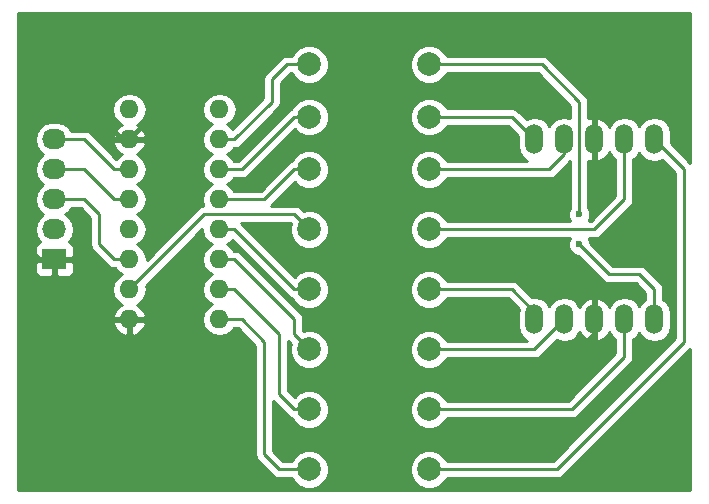
<source format=gtl>
G04 #@! TF.FileFunction,Copper,L1,Top,Signal*
%FSLAX46Y46*%
G04 Gerber Fmt 4.6, Leading zero omitted, Abs format (unit mm)*
G04 Created by KiCad (PCBNEW 4.0.1-stable) date 2016 September 03, Saturday 14:10:29*
%MOMM*%
G01*
G04 APERTURE LIST*
%ADD10C,0.100000*%
%ADD11R,2.032000X1.727200*%
%ADD12O,2.032000X1.727200*%
%ADD13C,1.998980*%
%ADD14O,1.524000X2.524000*%
%ADD15O,1.600000X1.600000*%
%ADD16C,0.700000*%
%ADD17C,0.600000*%
%ADD18C,0.400000*%
%ADD19C,0.250000*%
%ADD20C,0.254000*%
G04 APERTURE END LIST*
D10*
D11*
X113030000Y-106680000D03*
D12*
X113030000Y-104140000D03*
X113030000Y-101600000D03*
X113030000Y-99060000D03*
X113030000Y-96520000D03*
D13*
X134620000Y-90170000D03*
X144780000Y-90170000D03*
X134620000Y-94615000D03*
X144780000Y-94615000D03*
X134620000Y-99060000D03*
X144780000Y-99060000D03*
X134620000Y-109220000D03*
X144780000Y-109220000D03*
X134620000Y-114300000D03*
X144780000Y-114300000D03*
X134620000Y-119380000D03*
X144780000Y-119380000D03*
X134620000Y-124460000D03*
X144780000Y-124460000D03*
X134620000Y-104140000D03*
X144780000Y-104140000D03*
D14*
X153670000Y-111760000D03*
X156210000Y-111760000D03*
X158750000Y-111760000D03*
X161290000Y-111760000D03*
X163830000Y-111760000D03*
X163830000Y-96520000D03*
X161290000Y-96520000D03*
X158750000Y-96520000D03*
X156210000Y-96520000D03*
X153670000Y-96520000D03*
D15*
X127000000Y-111760000D03*
X127000000Y-109220000D03*
X127000000Y-106680000D03*
X127000000Y-104140000D03*
X127000000Y-101600000D03*
X127000000Y-99060000D03*
X127000000Y-96520000D03*
X127000000Y-93980000D03*
X119380000Y-93980000D03*
X119380000Y-96520000D03*
X119380000Y-99060000D03*
X119380000Y-101600000D03*
X119380000Y-104140000D03*
X119380000Y-106680000D03*
X119380000Y-109220000D03*
X119380000Y-111760000D03*
D16*
X129540000Y-116840000D03*
X133350000Y-116840000D03*
D17*
X157480000Y-105410000D03*
X157480000Y-102870000D03*
D18*
X158750000Y-111760000D02*
X158750000Y-113030000D01*
X113030000Y-114935000D02*
X113030000Y-109220000D01*
X114935000Y-116840000D02*
X113030000Y-114935000D01*
X129540000Y-116840000D02*
X114935000Y-116840000D01*
X154940000Y-116840000D02*
X133350000Y-116840000D01*
X158750000Y-113030000D02*
X154940000Y-116840000D01*
X119380000Y-96520000D02*
X118745000Y-96520000D01*
X118745000Y-96520000D02*
X116205000Y-93980000D01*
X111760000Y-106680000D02*
X113030000Y-106680000D01*
X110490000Y-105410000D02*
X111760000Y-106680000D01*
X110490000Y-95250000D02*
X110490000Y-105410000D01*
X111760000Y-93980000D02*
X110490000Y-95250000D01*
X116205000Y-93980000D02*
X111760000Y-93980000D01*
X119380000Y-96520000D02*
X124460000Y-91440000D01*
X158750000Y-92075000D02*
X158750000Y-96520000D01*
X153035000Y-86360000D02*
X158750000Y-92075000D01*
X131445000Y-86360000D02*
X153035000Y-86360000D01*
X126365000Y-91440000D02*
X131445000Y-86360000D01*
X124460000Y-91440000D02*
X126365000Y-91440000D01*
X113030000Y-109220000D02*
X113030000Y-106680000D01*
X119380000Y-111760000D02*
X115570000Y-111760000D01*
X115570000Y-111760000D02*
X113030000Y-109220000D01*
D19*
X118110000Y-106680000D02*
X119380000Y-106680000D01*
X116840000Y-105410000D02*
X118110000Y-106680000D01*
X116840000Y-102870000D02*
X116840000Y-105410000D01*
X115570000Y-101600000D02*
X116840000Y-102870000D01*
X113030000Y-101600000D02*
X115570000Y-101600000D01*
X118110000Y-101600000D02*
X119380000Y-101600000D01*
X115570000Y-99060000D02*
X118110000Y-101600000D01*
X113030000Y-99060000D02*
X115570000Y-99060000D01*
X113030000Y-96520000D02*
X115570000Y-96520000D01*
X118110000Y-99060000D02*
X119380000Y-99060000D01*
X115570000Y-96520000D02*
X118110000Y-99060000D01*
X127000000Y-96520000D02*
X128270000Y-96520000D01*
X132715000Y-90170000D02*
X134620000Y-90170000D01*
X131445000Y-91440000D02*
X132715000Y-90170000D01*
X131445000Y-93345000D02*
X131445000Y-91440000D01*
X128270000Y-96520000D02*
X131445000Y-93345000D01*
X144780000Y-90170000D02*
X154305000Y-90170000D01*
X163830000Y-109220000D02*
X163830000Y-111760000D01*
X162560000Y-107950000D02*
X163830000Y-109220000D01*
X160020000Y-107950000D02*
X162560000Y-107950000D01*
X157480000Y-105410000D02*
X160020000Y-107950000D01*
X157480000Y-93345000D02*
X157480000Y-102870000D01*
X154305000Y-90170000D02*
X157480000Y-93345000D01*
X127000000Y-99060000D02*
X128905000Y-99060000D01*
X133350000Y-94615000D02*
X134620000Y-94615000D01*
X128905000Y-99060000D02*
X133350000Y-94615000D01*
X144780000Y-94615000D02*
X151765000Y-94615000D01*
X151765000Y-94615000D02*
X153670000Y-96520000D01*
X127000000Y-101600000D02*
X130810000Y-101600000D01*
X133350000Y-99060000D02*
X134620000Y-99060000D01*
X130810000Y-101600000D02*
X133350000Y-99060000D01*
X144780000Y-99060000D02*
X154940000Y-99060000D01*
X156210000Y-97790000D02*
X156210000Y-96520000D01*
X154940000Y-99060000D02*
X156210000Y-97790000D01*
X127000000Y-104140000D02*
X128270000Y-104140000D01*
X133350000Y-109220000D02*
X134620000Y-109220000D01*
X128270000Y-104140000D02*
X133350000Y-109220000D01*
X144780000Y-109220000D02*
X151765000Y-109220000D01*
X151765000Y-109220000D02*
X153670000Y-111125000D01*
X153670000Y-111125000D02*
X153670000Y-111760000D01*
X127000000Y-106680000D02*
X128270000Y-106680000D01*
X133350000Y-113030000D02*
X134620000Y-114300000D01*
X133350000Y-111760000D02*
X133350000Y-113030000D01*
X128270000Y-106680000D02*
X133350000Y-111760000D01*
X144780000Y-114300000D02*
X153670000Y-114300000D01*
X153670000Y-114300000D02*
X156210000Y-111760000D01*
X127000000Y-109220000D02*
X128270000Y-109220000D01*
X133350000Y-119380000D02*
X134620000Y-119380000D01*
X132080000Y-118110000D02*
X133350000Y-119380000D01*
X132080000Y-113030000D02*
X132080000Y-118110000D01*
X128270000Y-109220000D02*
X132080000Y-113030000D01*
X144780000Y-119380000D02*
X156845000Y-119380000D01*
X161290000Y-114935000D02*
X161290000Y-111760000D01*
X156845000Y-119380000D02*
X161290000Y-114935000D01*
X127000000Y-111760000D02*
X128905000Y-111760000D01*
X132080000Y-124460000D02*
X134620000Y-124460000D01*
X130810000Y-123190000D02*
X132080000Y-124460000D01*
X130810000Y-113665000D02*
X130810000Y-123190000D01*
X128905000Y-111760000D02*
X130810000Y-113665000D01*
X144780000Y-124460000D02*
X155575000Y-124460000D01*
X166370000Y-99060000D02*
X163830000Y-96520000D01*
X166370000Y-113665000D02*
X166370000Y-99060000D01*
X155575000Y-124460000D02*
X166370000Y-113665000D01*
X133350000Y-102870000D02*
X134620000Y-104140000D01*
X125730000Y-102870000D02*
X133350000Y-102870000D01*
X119380000Y-109220000D02*
X125730000Y-102870000D01*
X144780000Y-104140000D02*
X158750000Y-104140000D01*
X161290000Y-101600000D02*
X161290000Y-96520000D01*
X158750000Y-104140000D02*
X161290000Y-101600000D01*
D20*
G36*
X166878000Y-98493198D02*
X165227000Y-96842198D01*
X165227000Y-95982836D01*
X165120660Y-95448227D01*
X164817828Y-94995008D01*
X164364609Y-94692176D01*
X163830000Y-94585836D01*
X163295391Y-94692176D01*
X162842172Y-94995008D01*
X162560000Y-95417307D01*
X162277828Y-94995008D01*
X161824609Y-94692176D01*
X161290000Y-94585836D01*
X160755391Y-94692176D01*
X160302172Y-94995008D01*
X160010702Y-95431222D01*
X159992059Y-95368059D01*
X159648026Y-94942370D01*
X159167277Y-94680740D01*
X159093070Y-94665780D01*
X158877000Y-94788280D01*
X158877000Y-96393000D01*
X158897000Y-96393000D01*
X158897000Y-96647000D01*
X158877000Y-96647000D01*
X158877000Y-98251720D01*
X159093070Y-98374220D01*
X159167277Y-98359260D01*
X159648026Y-98097630D01*
X159992059Y-97671941D01*
X160010702Y-97608778D01*
X160302172Y-98044992D01*
X160530000Y-98197222D01*
X160530000Y-101285198D01*
X158435198Y-103380000D01*
X158280633Y-103380000D01*
X158414838Y-103056799D01*
X158415162Y-102684833D01*
X158273117Y-102341057D01*
X158240000Y-102307882D01*
X158240000Y-98308799D01*
X158332723Y-98359260D01*
X158406930Y-98374220D01*
X158623000Y-98251720D01*
X158623000Y-96647000D01*
X158603000Y-96647000D01*
X158603000Y-96393000D01*
X158623000Y-96393000D01*
X158623000Y-94788280D01*
X158406930Y-94665780D01*
X158332723Y-94680740D01*
X158240000Y-94731201D01*
X158240000Y-93345000D01*
X158182148Y-93054161D01*
X158017401Y-92807599D01*
X154842401Y-89632599D01*
X154595839Y-89467852D01*
X154305000Y-89410000D01*
X146234496Y-89410000D01*
X146166462Y-89245345D01*
X145707073Y-88785154D01*
X145106547Y-88535794D01*
X144456306Y-88535226D01*
X143855345Y-88783538D01*
X143395154Y-89242927D01*
X143145794Y-89843453D01*
X143145226Y-90493694D01*
X143393538Y-91094655D01*
X143852927Y-91554846D01*
X144453453Y-91804206D01*
X145103694Y-91804774D01*
X145704655Y-91556462D01*
X146164846Y-91097073D01*
X146234221Y-90930000D01*
X153990198Y-90930000D01*
X156720000Y-93659802D01*
X156720000Y-94687281D01*
X156210000Y-94585836D01*
X155675391Y-94692176D01*
X155222172Y-94995008D01*
X154940000Y-95417307D01*
X154657828Y-94995008D01*
X154204609Y-94692176D01*
X153670000Y-94585836D01*
X153135391Y-94692176D01*
X153004462Y-94779660D01*
X152302401Y-94077599D01*
X152055839Y-93912852D01*
X151765000Y-93855000D01*
X146234496Y-93855000D01*
X146166462Y-93690345D01*
X145707073Y-93230154D01*
X145106547Y-92980794D01*
X144456306Y-92980226D01*
X143855345Y-93228538D01*
X143395154Y-93687927D01*
X143145794Y-94288453D01*
X143145226Y-94938694D01*
X143393538Y-95539655D01*
X143852927Y-95999846D01*
X144453453Y-96249206D01*
X145103694Y-96249774D01*
X145704655Y-96001462D01*
X146164846Y-95542073D01*
X146234221Y-95375000D01*
X151450198Y-95375000D01*
X152273000Y-96197802D01*
X152273000Y-97057164D01*
X152379340Y-97591773D01*
X152682172Y-98044992D01*
X153063818Y-98300000D01*
X146234496Y-98300000D01*
X146166462Y-98135345D01*
X145707073Y-97675154D01*
X145106547Y-97425794D01*
X144456306Y-97425226D01*
X143855345Y-97673538D01*
X143395154Y-98132927D01*
X143145794Y-98733453D01*
X143145226Y-99383694D01*
X143393538Y-99984655D01*
X143852927Y-100444846D01*
X144453453Y-100694206D01*
X145103694Y-100694774D01*
X145704655Y-100446462D01*
X146164846Y-99987073D01*
X146234221Y-99820000D01*
X154940000Y-99820000D01*
X155230839Y-99762148D01*
X155477401Y-99597401D01*
X156720000Y-98354802D01*
X156720000Y-102307537D01*
X156687808Y-102339673D01*
X156545162Y-102683201D01*
X156544838Y-103055167D01*
X156679056Y-103380000D01*
X146234496Y-103380000D01*
X146166462Y-103215345D01*
X145707073Y-102755154D01*
X145106547Y-102505794D01*
X144456306Y-102505226D01*
X143855345Y-102753538D01*
X143395154Y-103212927D01*
X143145794Y-103813453D01*
X143145226Y-104463694D01*
X143393538Y-105064655D01*
X143852927Y-105524846D01*
X144453453Y-105774206D01*
X145103694Y-105774774D01*
X145704655Y-105526462D01*
X146164846Y-105067073D01*
X146234221Y-104900000D01*
X156679367Y-104900000D01*
X156545162Y-105223201D01*
X156544838Y-105595167D01*
X156686883Y-105938943D01*
X156949673Y-106202192D01*
X157293201Y-106344838D01*
X157340077Y-106344879D01*
X159482599Y-108487401D01*
X159729160Y-108652148D01*
X159777414Y-108661746D01*
X160020000Y-108710000D01*
X162245198Y-108710000D01*
X163070000Y-109534802D01*
X163070000Y-110082778D01*
X162842172Y-110235008D01*
X162560000Y-110657307D01*
X162277828Y-110235008D01*
X161824609Y-109932176D01*
X161290000Y-109825836D01*
X160755391Y-109932176D01*
X160302172Y-110235008D01*
X160010702Y-110671222D01*
X159992059Y-110608059D01*
X159648026Y-110182370D01*
X159167277Y-109920740D01*
X159093070Y-109905780D01*
X158877000Y-110028280D01*
X158877000Y-111633000D01*
X158897000Y-111633000D01*
X158897000Y-111887000D01*
X158877000Y-111887000D01*
X158877000Y-113491720D01*
X159093070Y-113614220D01*
X159167277Y-113599260D01*
X159648026Y-113337630D01*
X159992059Y-112911941D01*
X160010702Y-112848778D01*
X160302172Y-113284992D01*
X160530000Y-113437222D01*
X160530000Y-114620198D01*
X156530198Y-118620000D01*
X146234496Y-118620000D01*
X146166462Y-118455345D01*
X145707073Y-117995154D01*
X145106547Y-117745794D01*
X144456306Y-117745226D01*
X143855345Y-117993538D01*
X143395154Y-118452927D01*
X143145794Y-119053453D01*
X143145226Y-119703694D01*
X143393538Y-120304655D01*
X143852927Y-120764846D01*
X144453453Y-121014206D01*
X145103694Y-121014774D01*
X145704655Y-120766462D01*
X146164846Y-120307073D01*
X146234221Y-120140000D01*
X156845000Y-120140000D01*
X157135839Y-120082148D01*
X157382401Y-119917401D01*
X161827401Y-115472401D01*
X161992148Y-115225840D01*
X162050000Y-114935000D01*
X162050000Y-113437222D01*
X162277828Y-113284992D01*
X162560000Y-112862693D01*
X162842172Y-113284992D01*
X163295391Y-113587824D01*
X163830000Y-113694164D01*
X164364609Y-113587824D01*
X164817828Y-113284992D01*
X165120660Y-112831773D01*
X165227000Y-112297164D01*
X165227000Y-111222836D01*
X165120660Y-110688227D01*
X164817828Y-110235008D01*
X164590000Y-110082778D01*
X164590000Y-109220000D01*
X164532148Y-108929161D01*
X164532148Y-108929160D01*
X164367401Y-108682599D01*
X163097401Y-107412599D01*
X162850839Y-107247852D01*
X162560000Y-107190000D01*
X160334802Y-107190000D01*
X158415122Y-105270320D01*
X158415162Y-105224833D01*
X158280944Y-104900000D01*
X158750000Y-104900000D01*
X159040839Y-104842148D01*
X159287401Y-104677401D01*
X161827401Y-102137401D01*
X161992148Y-101890840D01*
X162001746Y-101842586D01*
X162050000Y-101600000D01*
X162050000Y-98197222D01*
X162277828Y-98044992D01*
X162560000Y-97622693D01*
X162842172Y-98044992D01*
X163295391Y-98347824D01*
X163830000Y-98454164D01*
X164364609Y-98347824D01*
X164495538Y-98260340D01*
X165610000Y-99374802D01*
X165610000Y-113350198D01*
X155260198Y-123700000D01*
X146234496Y-123700000D01*
X146166462Y-123535345D01*
X145707073Y-123075154D01*
X145106547Y-122825794D01*
X144456306Y-122825226D01*
X143855345Y-123073538D01*
X143395154Y-123532927D01*
X143145794Y-124133453D01*
X143145226Y-124783694D01*
X143393538Y-125384655D01*
X143852927Y-125844846D01*
X144453453Y-126094206D01*
X145103694Y-126094774D01*
X145704655Y-125846462D01*
X146164846Y-125387073D01*
X146234221Y-125220000D01*
X155575000Y-125220000D01*
X155865839Y-125162148D01*
X156112401Y-124997401D01*
X166878000Y-114231802D01*
X166878000Y-126238000D01*
X109982000Y-126238000D01*
X109982000Y-112109039D01*
X117988096Y-112109039D01*
X118148959Y-112497423D01*
X118524866Y-112912389D01*
X119030959Y-113151914D01*
X119253000Y-113030629D01*
X119253000Y-111887000D01*
X119507000Y-111887000D01*
X119507000Y-113030629D01*
X119729041Y-113151914D01*
X120235134Y-112912389D01*
X120611041Y-112497423D01*
X120771904Y-112109039D01*
X120649915Y-111887000D01*
X119507000Y-111887000D01*
X119253000Y-111887000D01*
X118110085Y-111887000D01*
X117988096Y-112109039D01*
X109982000Y-112109039D01*
X109982000Y-106965750D01*
X111379000Y-106965750D01*
X111379000Y-107669910D01*
X111475673Y-107903299D01*
X111654302Y-108081927D01*
X111887691Y-108178600D01*
X112744250Y-108178600D01*
X112903000Y-108019850D01*
X112903000Y-106807000D01*
X113157000Y-106807000D01*
X113157000Y-108019850D01*
X113315750Y-108178600D01*
X114172309Y-108178600D01*
X114405698Y-108081927D01*
X114584327Y-107903299D01*
X114681000Y-107669910D01*
X114681000Y-106965750D01*
X114522250Y-106807000D01*
X113157000Y-106807000D01*
X112903000Y-106807000D01*
X111537750Y-106807000D01*
X111379000Y-106965750D01*
X109982000Y-106965750D01*
X109982000Y-96520000D01*
X111346655Y-96520000D01*
X111460729Y-97093489D01*
X111785585Y-97579670D01*
X112100366Y-97790000D01*
X111785585Y-98000330D01*
X111460729Y-98486511D01*
X111346655Y-99060000D01*
X111460729Y-99633489D01*
X111785585Y-100119670D01*
X112100366Y-100330000D01*
X111785585Y-100540330D01*
X111460729Y-101026511D01*
X111346655Y-101600000D01*
X111460729Y-102173489D01*
X111785585Y-102659670D01*
X112100366Y-102870000D01*
X111785585Y-103080330D01*
X111460729Y-103566511D01*
X111346655Y-104140000D01*
X111460729Y-104713489D01*
X111785585Y-105199670D01*
X111807780Y-105214500D01*
X111654302Y-105278073D01*
X111475673Y-105456701D01*
X111379000Y-105690090D01*
X111379000Y-106394250D01*
X111537750Y-106553000D01*
X112903000Y-106553000D01*
X112903000Y-106533000D01*
X113157000Y-106533000D01*
X113157000Y-106553000D01*
X114522250Y-106553000D01*
X114681000Y-106394250D01*
X114681000Y-105690090D01*
X114584327Y-105456701D01*
X114405698Y-105278073D01*
X114252220Y-105214500D01*
X114274415Y-105199670D01*
X114599271Y-104713489D01*
X114713345Y-104140000D01*
X114599271Y-103566511D01*
X114274415Y-103080330D01*
X113959634Y-102870000D01*
X114274415Y-102659670D01*
X114474648Y-102360000D01*
X115255198Y-102360000D01*
X116080000Y-103184802D01*
X116080000Y-105410000D01*
X116137852Y-105700839D01*
X116302599Y-105947401D01*
X117572599Y-107217401D01*
X117819160Y-107382148D01*
X118110000Y-107440000D01*
X118167005Y-107440000D01*
X118337189Y-107694698D01*
X118719275Y-107950000D01*
X118337189Y-108205302D01*
X118026120Y-108670849D01*
X117916887Y-109220000D01*
X118026120Y-109769151D01*
X118337189Y-110234698D01*
X118741703Y-110504986D01*
X118524866Y-110607611D01*
X118148959Y-111022577D01*
X117988096Y-111410961D01*
X118110085Y-111633000D01*
X119253000Y-111633000D01*
X119253000Y-111613000D01*
X119507000Y-111613000D01*
X119507000Y-111633000D01*
X120649915Y-111633000D01*
X120771904Y-111410961D01*
X120611041Y-111022577D01*
X120235134Y-110607611D01*
X120018297Y-110504986D01*
X120422811Y-110234698D01*
X120733880Y-109769151D01*
X120843113Y-109220000D01*
X120778688Y-108896114D01*
X125537405Y-104137397D01*
X125536887Y-104140000D01*
X125646120Y-104689151D01*
X125957189Y-105154698D01*
X126339275Y-105410000D01*
X125957189Y-105665302D01*
X125646120Y-106130849D01*
X125536887Y-106680000D01*
X125646120Y-107229151D01*
X125957189Y-107694698D01*
X126339275Y-107950000D01*
X125957189Y-108205302D01*
X125646120Y-108670849D01*
X125536887Y-109220000D01*
X125646120Y-109769151D01*
X125957189Y-110234698D01*
X126339275Y-110490000D01*
X125957189Y-110745302D01*
X125646120Y-111210849D01*
X125536887Y-111760000D01*
X125646120Y-112309151D01*
X125957189Y-112774698D01*
X126422736Y-113085767D01*
X126971887Y-113195000D01*
X127028113Y-113195000D01*
X127577264Y-113085767D01*
X128042811Y-112774698D01*
X128212995Y-112520000D01*
X128590198Y-112520000D01*
X130050000Y-113979802D01*
X130050000Y-123190000D01*
X130107852Y-123480839D01*
X130272599Y-123727401D01*
X131542599Y-124997401D01*
X131789160Y-125162148D01*
X132080000Y-125220000D01*
X133165504Y-125220000D01*
X133233538Y-125384655D01*
X133692927Y-125844846D01*
X134293453Y-126094206D01*
X134943694Y-126094774D01*
X135544655Y-125846462D01*
X136004846Y-125387073D01*
X136254206Y-124786547D01*
X136254774Y-124136306D01*
X136006462Y-123535345D01*
X135547073Y-123075154D01*
X134946547Y-122825794D01*
X134296306Y-122825226D01*
X133695345Y-123073538D01*
X133235154Y-123532927D01*
X133165779Y-123700000D01*
X132394802Y-123700000D01*
X131570000Y-122875198D01*
X131570000Y-118674802D01*
X132812599Y-119917401D01*
X133059160Y-120082148D01*
X133148982Y-120100015D01*
X133233538Y-120304655D01*
X133692927Y-120764846D01*
X134293453Y-121014206D01*
X134943694Y-121014774D01*
X135544655Y-120766462D01*
X136004846Y-120307073D01*
X136254206Y-119706547D01*
X136254774Y-119056306D01*
X136006462Y-118455345D01*
X135547073Y-117995154D01*
X134946547Y-117745794D01*
X134296306Y-117745226D01*
X133695345Y-117993538D01*
X133366556Y-118321754D01*
X132840000Y-117795198D01*
X132840000Y-113594802D01*
X133054115Y-113808917D01*
X132985794Y-113973453D01*
X132985226Y-114623694D01*
X133233538Y-115224655D01*
X133692927Y-115684846D01*
X134293453Y-115934206D01*
X134943694Y-115934774D01*
X135544655Y-115686462D01*
X136004846Y-115227073D01*
X136254206Y-114626547D01*
X136254774Y-113976306D01*
X136006462Y-113375345D01*
X135547073Y-112915154D01*
X134946547Y-112665794D01*
X134296306Y-112665226D01*
X134129111Y-112734309D01*
X134110000Y-112715198D01*
X134110000Y-111760000D01*
X134052148Y-111469161D01*
X133887401Y-111222599D01*
X128807401Y-106142599D01*
X128560839Y-105977852D01*
X128270000Y-105920000D01*
X128212995Y-105920000D01*
X128042811Y-105665302D01*
X127660725Y-105410000D01*
X128042811Y-105154698D01*
X128109736Y-105054538D01*
X132812599Y-109757401D01*
X133059161Y-109922148D01*
X133148982Y-109940015D01*
X133233538Y-110144655D01*
X133692927Y-110604846D01*
X134293453Y-110854206D01*
X134943694Y-110854774D01*
X135544655Y-110606462D01*
X136004846Y-110147073D01*
X136254206Y-109546547D01*
X136254208Y-109543694D01*
X143145226Y-109543694D01*
X143393538Y-110144655D01*
X143852927Y-110604846D01*
X144453453Y-110854206D01*
X145103694Y-110854774D01*
X145704655Y-110606462D01*
X146164846Y-110147073D01*
X146234221Y-109980000D01*
X151450198Y-109980000D01*
X152342688Y-110872490D01*
X152273000Y-111222836D01*
X152273000Y-112297164D01*
X152379340Y-112831773D01*
X152682172Y-113284992D01*
X153063818Y-113540000D01*
X146234496Y-113540000D01*
X146166462Y-113375345D01*
X145707073Y-112915154D01*
X145106547Y-112665794D01*
X144456306Y-112665226D01*
X143855345Y-112913538D01*
X143395154Y-113372927D01*
X143145794Y-113973453D01*
X143145226Y-114623694D01*
X143393538Y-115224655D01*
X143852927Y-115684846D01*
X144453453Y-115934206D01*
X145103694Y-115934774D01*
X145704655Y-115686462D01*
X146164846Y-115227073D01*
X146234221Y-115060000D01*
X153670000Y-115060000D01*
X153960839Y-115002148D01*
X154207401Y-114837401D01*
X155544462Y-113500340D01*
X155675391Y-113587824D01*
X156210000Y-113694164D01*
X156744609Y-113587824D01*
X157197828Y-113284992D01*
X157489298Y-112848778D01*
X157507941Y-112911941D01*
X157851974Y-113337630D01*
X158332723Y-113599260D01*
X158406930Y-113614220D01*
X158623000Y-113491720D01*
X158623000Y-111887000D01*
X158603000Y-111887000D01*
X158603000Y-111633000D01*
X158623000Y-111633000D01*
X158623000Y-110028280D01*
X158406930Y-109905780D01*
X158332723Y-109920740D01*
X157851974Y-110182370D01*
X157507941Y-110608059D01*
X157489298Y-110671222D01*
X157197828Y-110235008D01*
X156744609Y-109932176D01*
X156210000Y-109825836D01*
X155675391Y-109932176D01*
X155222172Y-110235008D01*
X154940000Y-110657307D01*
X154657828Y-110235008D01*
X154204609Y-109932176D01*
X153670000Y-109825836D01*
X153482862Y-109863060D01*
X152302401Y-108682599D01*
X152055839Y-108517852D01*
X151765000Y-108460000D01*
X146234496Y-108460000D01*
X146166462Y-108295345D01*
X145707073Y-107835154D01*
X145106547Y-107585794D01*
X144456306Y-107585226D01*
X143855345Y-107833538D01*
X143395154Y-108292927D01*
X143145794Y-108893453D01*
X143145226Y-109543694D01*
X136254208Y-109543694D01*
X136254774Y-108896306D01*
X136006462Y-108295345D01*
X135547073Y-107835154D01*
X134946547Y-107585794D01*
X134296306Y-107585226D01*
X133695345Y-107833538D01*
X133366556Y-108161754D01*
X128834802Y-103630000D01*
X133035198Y-103630000D01*
X133054115Y-103648917D01*
X132985794Y-103813453D01*
X132985226Y-104463694D01*
X133233538Y-105064655D01*
X133692927Y-105524846D01*
X134293453Y-105774206D01*
X134943694Y-105774774D01*
X135544655Y-105526462D01*
X136004846Y-105067073D01*
X136254206Y-104466547D01*
X136254774Y-103816306D01*
X136006462Y-103215345D01*
X135547073Y-102755154D01*
X134946547Y-102505794D01*
X134296306Y-102505226D01*
X134129111Y-102574309D01*
X133887401Y-102332599D01*
X133640839Y-102167852D01*
X133350000Y-102110000D01*
X131374802Y-102110000D01*
X133366726Y-100118076D01*
X133692927Y-100444846D01*
X134293453Y-100694206D01*
X134943694Y-100694774D01*
X135544655Y-100446462D01*
X136004846Y-99987073D01*
X136254206Y-99386547D01*
X136254774Y-98736306D01*
X136006462Y-98135345D01*
X135547073Y-97675154D01*
X134946547Y-97425794D01*
X134296306Y-97425226D01*
X133695345Y-97673538D01*
X133235154Y-98132927D01*
X133149193Y-98339943D01*
X133109575Y-98347824D01*
X133059160Y-98357852D01*
X132812599Y-98522599D01*
X130495198Y-100840000D01*
X128212995Y-100840000D01*
X128042811Y-100585302D01*
X127660725Y-100330000D01*
X128042811Y-100074698D01*
X128212995Y-99820000D01*
X128905000Y-99820000D01*
X129195839Y-99762148D01*
X129442401Y-99597401D01*
X133366726Y-95673076D01*
X133692927Y-95999846D01*
X134293453Y-96249206D01*
X134943694Y-96249774D01*
X135544655Y-96001462D01*
X136004846Y-95542073D01*
X136254206Y-94941547D01*
X136254774Y-94291306D01*
X136006462Y-93690345D01*
X135547073Y-93230154D01*
X134946547Y-92980794D01*
X134296306Y-92980226D01*
X133695345Y-93228538D01*
X133235154Y-93687927D01*
X133149193Y-93894943D01*
X133059160Y-93912852D01*
X132812599Y-94077599D01*
X128590198Y-98300000D01*
X128212995Y-98300000D01*
X128042811Y-98045302D01*
X127660725Y-97790000D01*
X128042811Y-97534698D01*
X128212995Y-97280000D01*
X128270000Y-97280000D01*
X128560839Y-97222148D01*
X128807401Y-97057401D01*
X131982401Y-93882401D01*
X132147148Y-93635839D01*
X132205000Y-93345000D01*
X132205000Y-91754802D01*
X133029802Y-90930000D01*
X133165504Y-90930000D01*
X133233538Y-91094655D01*
X133692927Y-91554846D01*
X134293453Y-91804206D01*
X134943694Y-91804774D01*
X135544655Y-91556462D01*
X136004846Y-91097073D01*
X136254206Y-90496547D01*
X136254774Y-89846306D01*
X136006462Y-89245345D01*
X135547073Y-88785154D01*
X134946547Y-88535794D01*
X134296306Y-88535226D01*
X133695345Y-88783538D01*
X133235154Y-89242927D01*
X133165779Y-89410000D01*
X132715000Y-89410000D01*
X132424160Y-89467852D01*
X132177599Y-89632599D01*
X130907599Y-90902599D01*
X130742852Y-91149161D01*
X130685000Y-91440000D01*
X130685000Y-93030198D01*
X128109736Y-95605462D01*
X128042811Y-95505302D01*
X127660725Y-95250000D01*
X128042811Y-94994698D01*
X128353880Y-94529151D01*
X128463113Y-93980000D01*
X128353880Y-93430849D01*
X128042811Y-92965302D01*
X127577264Y-92654233D01*
X127028113Y-92545000D01*
X126971887Y-92545000D01*
X126422736Y-92654233D01*
X125957189Y-92965302D01*
X125646120Y-93430849D01*
X125536887Y-93980000D01*
X125646120Y-94529151D01*
X125957189Y-94994698D01*
X126339275Y-95250000D01*
X125957189Y-95505302D01*
X125646120Y-95970849D01*
X125536887Y-96520000D01*
X125646120Y-97069151D01*
X125957189Y-97534698D01*
X126339275Y-97790000D01*
X125957189Y-98045302D01*
X125646120Y-98510849D01*
X125536887Y-99060000D01*
X125646120Y-99609151D01*
X125957189Y-100074698D01*
X126339275Y-100330000D01*
X125957189Y-100585302D01*
X125646120Y-101050849D01*
X125536887Y-101600000D01*
X125641821Y-102127540D01*
X125439161Y-102167852D01*
X125192599Y-102332599D01*
X120842595Y-106682603D01*
X120843113Y-106680000D01*
X120733880Y-106130849D01*
X120422811Y-105665302D01*
X120040725Y-105410000D01*
X120422811Y-105154698D01*
X120733880Y-104689151D01*
X120843113Y-104140000D01*
X120733880Y-103590849D01*
X120422811Y-103125302D01*
X120040725Y-102870000D01*
X120422811Y-102614698D01*
X120733880Y-102149151D01*
X120843113Y-101600000D01*
X120733880Y-101050849D01*
X120422811Y-100585302D01*
X120040725Y-100330000D01*
X120422811Y-100074698D01*
X120733880Y-99609151D01*
X120843113Y-99060000D01*
X120733880Y-98510849D01*
X120422811Y-98045302D01*
X120018297Y-97775014D01*
X120235134Y-97672389D01*
X120611041Y-97257423D01*
X120771904Y-96869039D01*
X120649915Y-96647000D01*
X119507000Y-96647000D01*
X119507000Y-96667000D01*
X119253000Y-96667000D01*
X119253000Y-96647000D01*
X118110085Y-96647000D01*
X117988096Y-96869039D01*
X118148959Y-97257423D01*
X118524866Y-97672389D01*
X118741703Y-97775014D01*
X118337189Y-98045302D01*
X118270264Y-98145462D01*
X116107401Y-95982599D01*
X115860839Y-95817852D01*
X115570000Y-95760000D01*
X114474648Y-95760000D01*
X114274415Y-95460330D01*
X113788234Y-95135474D01*
X113214745Y-95021400D01*
X112845255Y-95021400D01*
X112271766Y-95135474D01*
X111785585Y-95460330D01*
X111460729Y-95946511D01*
X111346655Y-96520000D01*
X109982000Y-96520000D01*
X109982000Y-93980000D01*
X117916887Y-93980000D01*
X118026120Y-94529151D01*
X118337189Y-94994698D01*
X118741703Y-95264986D01*
X118524866Y-95367611D01*
X118148959Y-95782577D01*
X117988096Y-96170961D01*
X118110085Y-96393000D01*
X119253000Y-96393000D01*
X119253000Y-96373000D01*
X119507000Y-96373000D01*
X119507000Y-96393000D01*
X120649915Y-96393000D01*
X120771904Y-96170961D01*
X120611041Y-95782577D01*
X120235134Y-95367611D01*
X120018297Y-95264986D01*
X120422811Y-94994698D01*
X120733880Y-94529151D01*
X120843113Y-93980000D01*
X120733880Y-93430849D01*
X120422811Y-92965302D01*
X119957264Y-92654233D01*
X119408113Y-92545000D01*
X119351887Y-92545000D01*
X118802736Y-92654233D01*
X118337189Y-92965302D01*
X118026120Y-93430849D01*
X117916887Y-93980000D01*
X109982000Y-93980000D01*
X109982000Y-85852000D01*
X166878000Y-85852000D01*
X166878000Y-98493198D01*
X166878000Y-98493198D01*
G37*
X166878000Y-98493198D02*
X165227000Y-96842198D01*
X165227000Y-95982836D01*
X165120660Y-95448227D01*
X164817828Y-94995008D01*
X164364609Y-94692176D01*
X163830000Y-94585836D01*
X163295391Y-94692176D01*
X162842172Y-94995008D01*
X162560000Y-95417307D01*
X162277828Y-94995008D01*
X161824609Y-94692176D01*
X161290000Y-94585836D01*
X160755391Y-94692176D01*
X160302172Y-94995008D01*
X160010702Y-95431222D01*
X159992059Y-95368059D01*
X159648026Y-94942370D01*
X159167277Y-94680740D01*
X159093070Y-94665780D01*
X158877000Y-94788280D01*
X158877000Y-96393000D01*
X158897000Y-96393000D01*
X158897000Y-96647000D01*
X158877000Y-96647000D01*
X158877000Y-98251720D01*
X159093070Y-98374220D01*
X159167277Y-98359260D01*
X159648026Y-98097630D01*
X159992059Y-97671941D01*
X160010702Y-97608778D01*
X160302172Y-98044992D01*
X160530000Y-98197222D01*
X160530000Y-101285198D01*
X158435198Y-103380000D01*
X158280633Y-103380000D01*
X158414838Y-103056799D01*
X158415162Y-102684833D01*
X158273117Y-102341057D01*
X158240000Y-102307882D01*
X158240000Y-98308799D01*
X158332723Y-98359260D01*
X158406930Y-98374220D01*
X158623000Y-98251720D01*
X158623000Y-96647000D01*
X158603000Y-96647000D01*
X158603000Y-96393000D01*
X158623000Y-96393000D01*
X158623000Y-94788280D01*
X158406930Y-94665780D01*
X158332723Y-94680740D01*
X158240000Y-94731201D01*
X158240000Y-93345000D01*
X158182148Y-93054161D01*
X158017401Y-92807599D01*
X154842401Y-89632599D01*
X154595839Y-89467852D01*
X154305000Y-89410000D01*
X146234496Y-89410000D01*
X146166462Y-89245345D01*
X145707073Y-88785154D01*
X145106547Y-88535794D01*
X144456306Y-88535226D01*
X143855345Y-88783538D01*
X143395154Y-89242927D01*
X143145794Y-89843453D01*
X143145226Y-90493694D01*
X143393538Y-91094655D01*
X143852927Y-91554846D01*
X144453453Y-91804206D01*
X145103694Y-91804774D01*
X145704655Y-91556462D01*
X146164846Y-91097073D01*
X146234221Y-90930000D01*
X153990198Y-90930000D01*
X156720000Y-93659802D01*
X156720000Y-94687281D01*
X156210000Y-94585836D01*
X155675391Y-94692176D01*
X155222172Y-94995008D01*
X154940000Y-95417307D01*
X154657828Y-94995008D01*
X154204609Y-94692176D01*
X153670000Y-94585836D01*
X153135391Y-94692176D01*
X153004462Y-94779660D01*
X152302401Y-94077599D01*
X152055839Y-93912852D01*
X151765000Y-93855000D01*
X146234496Y-93855000D01*
X146166462Y-93690345D01*
X145707073Y-93230154D01*
X145106547Y-92980794D01*
X144456306Y-92980226D01*
X143855345Y-93228538D01*
X143395154Y-93687927D01*
X143145794Y-94288453D01*
X143145226Y-94938694D01*
X143393538Y-95539655D01*
X143852927Y-95999846D01*
X144453453Y-96249206D01*
X145103694Y-96249774D01*
X145704655Y-96001462D01*
X146164846Y-95542073D01*
X146234221Y-95375000D01*
X151450198Y-95375000D01*
X152273000Y-96197802D01*
X152273000Y-97057164D01*
X152379340Y-97591773D01*
X152682172Y-98044992D01*
X153063818Y-98300000D01*
X146234496Y-98300000D01*
X146166462Y-98135345D01*
X145707073Y-97675154D01*
X145106547Y-97425794D01*
X144456306Y-97425226D01*
X143855345Y-97673538D01*
X143395154Y-98132927D01*
X143145794Y-98733453D01*
X143145226Y-99383694D01*
X143393538Y-99984655D01*
X143852927Y-100444846D01*
X144453453Y-100694206D01*
X145103694Y-100694774D01*
X145704655Y-100446462D01*
X146164846Y-99987073D01*
X146234221Y-99820000D01*
X154940000Y-99820000D01*
X155230839Y-99762148D01*
X155477401Y-99597401D01*
X156720000Y-98354802D01*
X156720000Y-102307537D01*
X156687808Y-102339673D01*
X156545162Y-102683201D01*
X156544838Y-103055167D01*
X156679056Y-103380000D01*
X146234496Y-103380000D01*
X146166462Y-103215345D01*
X145707073Y-102755154D01*
X145106547Y-102505794D01*
X144456306Y-102505226D01*
X143855345Y-102753538D01*
X143395154Y-103212927D01*
X143145794Y-103813453D01*
X143145226Y-104463694D01*
X143393538Y-105064655D01*
X143852927Y-105524846D01*
X144453453Y-105774206D01*
X145103694Y-105774774D01*
X145704655Y-105526462D01*
X146164846Y-105067073D01*
X146234221Y-104900000D01*
X156679367Y-104900000D01*
X156545162Y-105223201D01*
X156544838Y-105595167D01*
X156686883Y-105938943D01*
X156949673Y-106202192D01*
X157293201Y-106344838D01*
X157340077Y-106344879D01*
X159482599Y-108487401D01*
X159729160Y-108652148D01*
X159777414Y-108661746D01*
X160020000Y-108710000D01*
X162245198Y-108710000D01*
X163070000Y-109534802D01*
X163070000Y-110082778D01*
X162842172Y-110235008D01*
X162560000Y-110657307D01*
X162277828Y-110235008D01*
X161824609Y-109932176D01*
X161290000Y-109825836D01*
X160755391Y-109932176D01*
X160302172Y-110235008D01*
X160010702Y-110671222D01*
X159992059Y-110608059D01*
X159648026Y-110182370D01*
X159167277Y-109920740D01*
X159093070Y-109905780D01*
X158877000Y-110028280D01*
X158877000Y-111633000D01*
X158897000Y-111633000D01*
X158897000Y-111887000D01*
X158877000Y-111887000D01*
X158877000Y-113491720D01*
X159093070Y-113614220D01*
X159167277Y-113599260D01*
X159648026Y-113337630D01*
X159992059Y-112911941D01*
X160010702Y-112848778D01*
X160302172Y-113284992D01*
X160530000Y-113437222D01*
X160530000Y-114620198D01*
X156530198Y-118620000D01*
X146234496Y-118620000D01*
X146166462Y-118455345D01*
X145707073Y-117995154D01*
X145106547Y-117745794D01*
X144456306Y-117745226D01*
X143855345Y-117993538D01*
X143395154Y-118452927D01*
X143145794Y-119053453D01*
X143145226Y-119703694D01*
X143393538Y-120304655D01*
X143852927Y-120764846D01*
X144453453Y-121014206D01*
X145103694Y-121014774D01*
X145704655Y-120766462D01*
X146164846Y-120307073D01*
X146234221Y-120140000D01*
X156845000Y-120140000D01*
X157135839Y-120082148D01*
X157382401Y-119917401D01*
X161827401Y-115472401D01*
X161992148Y-115225840D01*
X162050000Y-114935000D01*
X162050000Y-113437222D01*
X162277828Y-113284992D01*
X162560000Y-112862693D01*
X162842172Y-113284992D01*
X163295391Y-113587824D01*
X163830000Y-113694164D01*
X164364609Y-113587824D01*
X164817828Y-113284992D01*
X165120660Y-112831773D01*
X165227000Y-112297164D01*
X165227000Y-111222836D01*
X165120660Y-110688227D01*
X164817828Y-110235008D01*
X164590000Y-110082778D01*
X164590000Y-109220000D01*
X164532148Y-108929161D01*
X164532148Y-108929160D01*
X164367401Y-108682599D01*
X163097401Y-107412599D01*
X162850839Y-107247852D01*
X162560000Y-107190000D01*
X160334802Y-107190000D01*
X158415122Y-105270320D01*
X158415162Y-105224833D01*
X158280944Y-104900000D01*
X158750000Y-104900000D01*
X159040839Y-104842148D01*
X159287401Y-104677401D01*
X161827401Y-102137401D01*
X161992148Y-101890840D01*
X162001746Y-101842586D01*
X162050000Y-101600000D01*
X162050000Y-98197222D01*
X162277828Y-98044992D01*
X162560000Y-97622693D01*
X162842172Y-98044992D01*
X163295391Y-98347824D01*
X163830000Y-98454164D01*
X164364609Y-98347824D01*
X164495538Y-98260340D01*
X165610000Y-99374802D01*
X165610000Y-113350198D01*
X155260198Y-123700000D01*
X146234496Y-123700000D01*
X146166462Y-123535345D01*
X145707073Y-123075154D01*
X145106547Y-122825794D01*
X144456306Y-122825226D01*
X143855345Y-123073538D01*
X143395154Y-123532927D01*
X143145794Y-124133453D01*
X143145226Y-124783694D01*
X143393538Y-125384655D01*
X143852927Y-125844846D01*
X144453453Y-126094206D01*
X145103694Y-126094774D01*
X145704655Y-125846462D01*
X146164846Y-125387073D01*
X146234221Y-125220000D01*
X155575000Y-125220000D01*
X155865839Y-125162148D01*
X156112401Y-124997401D01*
X166878000Y-114231802D01*
X166878000Y-126238000D01*
X109982000Y-126238000D01*
X109982000Y-112109039D01*
X117988096Y-112109039D01*
X118148959Y-112497423D01*
X118524866Y-112912389D01*
X119030959Y-113151914D01*
X119253000Y-113030629D01*
X119253000Y-111887000D01*
X119507000Y-111887000D01*
X119507000Y-113030629D01*
X119729041Y-113151914D01*
X120235134Y-112912389D01*
X120611041Y-112497423D01*
X120771904Y-112109039D01*
X120649915Y-111887000D01*
X119507000Y-111887000D01*
X119253000Y-111887000D01*
X118110085Y-111887000D01*
X117988096Y-112109039D01*
X109982000Y-112109039D01*
X109982000Y-106965750D01*
X111379000Y-106965750D01*
X111379000Y-107669910D01*
X111475673Y-107903299D01*
X111654302Y-108081927D01*
X111887691Y-108178600D01*
X112744250Y-108178600D01*
X112903000Y-108019850D01*
X112903000Y-106807000D01*
X113157000Y-106807000D01*
X113157000Y-108019850D01*
X113315750Y-108178600D01*
X114172309Y-108178600D01*
X114405698Y-108081927D01*
X114584327Y-107903299D01*
X114681000Y-107669910D01*
X114681000Y-106965750D01*
X114522250Y-106807000D01*
X113157000Y-106807000D01*
X112903000Y-106807000D01*
X111537750Y-106807000D01*
X111379000Y-106965750D01*
X109982000Y-106965750D01*
X109982000Y-96520000D01*
X111346655Y-96520000D01*
X111460729Y-97093489D01*
X111785585Y-97579670D01*
X112100366Y-97790000D01*
X111785585Y-98000330D01*
X111460729Y-98486511D01*
X111346655Y-99060000D01*
X111460729Y-99633489D01*
X111785585Y-100119670D01*
X112100366Y-100330000D01*
X111785585Y-100540330D01*
X111460729Y-101026511D01*
X111346655Y-101600000D01*
X111460729Y-102173489D01*
X111785585Y-102659670D01*
X112100366Y-102870000D01*
X111785585Y-103080330D01*
X111460729Y-103566511D01*
X111346655Y-104140000D01*
X111460729Y-104713489D01*
X111785585Y-105199670D01*
X111807780Y-105214500D01*
X111654302Y-105278073D01*
X111475673Y-105456701D01*
X111379000Y-105690090D01*
X111379000Y-106394250D01*
X111537750Y-106553000D01*
X112903000Y-106553000D01*
X112903000Y-106533000D01*
X113157000Y-106533000D01*
X113157000Y-106553000D01*
X114522250Y-106553000D01*
X114681000Y-106394250D01*
X114681000Y-105690090D01*
X114584327Y-105456701D01*
X114405698Y-105278073D01*
X114252220Y-105214500D01*
X114274415Y-105199670D01*
X114599271Y-104713489D01*
X114713345Y-104140000D01*
X114599271Y-103566511D01*
X114274415Y-103080330D01*
X113959634Y-102870000D01*
X114274415Y-102659670D01*
X114474648Y-102360000D01*
X115255198Y-102360000D01*
X116080000Y-103184802D01*
X116080000Y-105410000D01*
X116137852Y-105700839D01*
X116302599Y-105947401D01*
X117572599Y-107217401D01*
X117819160Y-107382148D01*
X118110000Y-107440000D01*
X118167005Y-107440000D01*
X118337189Y-107694698D01*
X118719275Y-107950000D01*
X118337189Y-108205302D01*
X118026120Y-108670849D01*
X117916887Y-109220000D01*
X118026120Y-109769151D01*
X118337189Y-110234698D01*
X118741703Y-110504986D01*
X118524866Y-110607611D01*
X118148959Y-111022577D01*
X117988096Y-111410961D01*
X118110085Y-111633000D01*
X119253000Y-111633000D01*
X119253000Y-111613000D01*
X119507000Y-111613000D01*
X119507000Y-111633000D01*
X120649915Y-111633000D01*
X120771904Y-111410961D01*
X120611041Y-111022577D01*
X120235134Y-110607611D01*
X120018297Y-110504986D01*
X120422811Y-110234698D01*
X120733880Y-109769151D01*
X120843113Y-109220000D01*
X120778688Y-108896114D01*
X125537405Y-104137397D01*
X125536887Y-104140000D01*
X125646120Y-104689151D01*
X125957189Y-105154698D01*
X126339275Y-105410000D01*
X125957189Y-105665302D01*
X125646120Y-106130849D01*
X125536887Y-106680000D01*
X125646120Y-107229151D01*
X125957189Y-107694698D01*
X126339275Y-107950000D01*
X125957189Y-108205302D01*
X125646120Y-108670849D01*
X125536887Y-109220000D01*
X125646120Y-109769151D01*
X125957189Y-110234698D01*
X126339275Y-110490000D01*
X125957189Y-110745302D01*
X125646120Y-111210849D01*
X125536887Y-111760000D01*
X125646120Y-112309151D01*
X125957189Y-112774698D01*
X126422736Y-113085767D01*
X126971887Y-113195000D01*
X127028113Y-113195000D01*
X127577264Y-113085767D01*
X128042811Y-112774698D01*
X128212995Y-112520000D01*
X128590198Y-112520000D01*
X130050000Y-113979802D01*
X130050000Y-123190000D01*
X130107852Y-123480839D01*
X130272599Y-123727401D01*
X131542599Y-124997401D01*
X131789160Y-125162148D01*
X132080000Y-125220000D01*
X133165504Y-125220000D01*
X133233538Y-125384655D01*
X133692927Y-125844846D01*
X134293453Y-126094206D01*
X134943694Y-126094774D01*
X135544655Y-125846462D01*
X136004846Y-125387073D01*
X136254206Y-124786547D01*
X136254774Y-124136306D01*
X136006462Y-123535345D01*
X135547073Y-123075154D01*
X134946547Y-122825794D01*
X134296306Y-122825226D01*
X133695345Y-123073538D01*
X133235154Y-123532927D01*
X133165779Y-123700000D01*
X132394802Y-123700000D01*
X131570000Y-122875198D01*
X131570000Y-118674802D01*
X132812599Y-119917401D01*
X133059160Y-120082148D01*
X133148982Y-120100015D01*
X133233538Y-120304655D01*
X133692927Y-120764846D01*
X134293453Y-121014206D01*
X134943694Y-121014774D01*
X135544655Y-120766462D01*
X136004846Y-120307073D01*
X136254206Y-119706547D01*
X136254774Y-119056306D01*
X136006462Y-118455345D01*
X135547073Y-117995154D01*
X134946547Y-117745794D01*
X134296306Y-117745226D01*
X133695345Y-117993538D01*
X133366556Y-118321754D01*
X132840000Y-117795198D01*
X132840000Y-113594802D01*
X133054115Y-113808917D01*
X132985794Y-113973453D01*
X132985226Y-114623694D01*
X133233538Y-115224655D01*
X133692927Y-115684846D01*
X134293453Y-115934206D01*
X134943694Y-115934774D01*
X135544655Y-115686462D01*
X136004846Y-115227073D01*
X136254206Y-114626547D01*
X136254774Y-113976306D01*
X136006462Y-113375345D01*
X135547073Y-112915154D01*
X134946547Y-112665794D01*
X134296306Y-112665226D01*
X134129111Y-112734309D01*
X134110000Y-112715198D01*
X134110000Y-111760000D01*
X134052148Y-111469161D01*
X133887401Y-111222599D01*
X128807401Y-106142599D01*
X128560839Y-105977852D01*
X128270000Y-105920000D01*
X128212995Y-105920000D01*
X128042811Y-105665302D01*
X127660725Y-105410000D01*
X128042811Y-105154698D01*
X128109736Y-105054538D01*
X132812599Y-109757401D01*
X133059161Y-109922148D01*
X133148982Y-109940015D01*
X133233538Y-110144655D01*
X133692927Y-110604846D01*
X134293453Y-110854206D01*
X134943694Y-110854774D01*
X135544655Y-110606462D01*
X136004846Y-110147073D01*
X136254206Y-109546547D01*
X136254208Y-109543694D01*
X143145226Y-109543694D01*
X143393538Y-110144655D01*
X143852927Y-110604846D01*
X144453453Y-110854206D01*
X145103694Y-110854774D01*
X145704655Y-110606462D01*
X146164846Y-110147073D01*
X146234221Y-109980000D01*
X151450198Y-109980000D01*
X152342688Y-110872490D01*
X152273000Y-111222836D01*
X152273000Y-112297164D01*
X152379340Y-112831773D01*
X152682172Y-113284992D01*
X153063818Y-113540000D01*
X146234496Y-113540000D01*
X146166462Y-113375345D01*
X145707073Y-112915154D01*
X145106547Y-112665794D01*
X144456306Y-112665226D01*
X143855345Y-112913538D01*
X143395154Y-113372927D01*
X143145794Y-113973453D01*
X143145226Y-114623694D01*
X143393538Y-115224655D01*
X143852927Y-115684846D01*
X144453453Y-115934206D01*
X145103694Y-115934774D01*
X145704655Y-115686462D01*
X146164846Y-115227073D01*
X146234221Y-115060000D01*
X153670000Y-115060000D01*
X153960839Y-115002148D01*
X154207401Y-114837401D01*
X155544462Y-113500340D01*
X155675391Y-113587824D01*
X156210000Y-113694164D01*
X156744609Y-113587824D01*
X157197828Y-113284992D01*
X157489298Y-112848778D01*
X157507941Y-112911941D01*
X157851974Y-113337630D01*
X158332723Y-113599260D01*
X158406930Y-113614220D01*
X158623000Y-113491720D01*
X158623000Y-111887000D01*
X158603000Y-111887000D01*
X158603000Y-111633000D01*
X158623000Y-111633000D01*
X158623000Y-110028280D01*
X158406930Y-109905780D01*
X158332723Y-109920740D01*
X157851974Y-110182370D01*
X157507941Y-110608059D01*
X157489298Y-110671222D01*
X157197828Y-110235008D01*
X156744609Y-109932176D01*
X156210000Y-109825836D01*
X155675391Y-109932176D01*
X155222172Y-110235008D01*
X154940000Y-110657307D01*
X154657828Y-110235008D01*
X154204609Y-109932176D01*
X153670000Y-109825836D01*
X153482862Y-109863060D01*
X152302401Y-108682599D01*
X152055839Y-108517852D01*
X151765000Y-108460000D01*
X146234496Y-108460000D01*
X146166462Y-108295345D01*
X145707073Y-107835154D01*
X145106547Y-107585794D01*
X144456306Y-107585226D01*
X143855345Y-107833538D01*
X143395154Y-108292927D01*
X143145794Y-108893453D01*
X143145226Y-109543694D01*
X136254208Y-109543694D01*
X136254774Y-108896306D01*
X136006462Y-108295345D01*
X135547073Y-107835154D01*
X134946547Y-107585794D01*
X134296306Y-107585226D01*
X133695345Y-107833538D01*
X133366556Y-108161754D01*
X128834802Y-103630000D01*
X133035198Y-103630000D01*
X133054115Y-103648917D01*
X132985794Y-103813453D01*
X132985226Y-104463694D01*
X133233538Y-105064655D01*
X133692927Y-105524846D01*
X134293453Y-105774206D01*
X134943694Y-105774774D01*
X135544655Y-105526462D01*
X136004846Y-105067073D01*
X136254206Y-104466547D01*
X136254774Y-103816306D01*
X136006462Y-103215345D01*
X135547073Y-102755154D01*
X134946547Y-102505794D01*
X134296306Y-102505226D01*
X134129111Y-102574309D01*
X133887401Y-102332599D01*
X133640839Y-102167852D01*
X133350000Y-102110000D01*
X131374802Y-102110000D01*
X133366726Y-100118076D01*
X133692927Y-100444846D01*
X134293453Y-100694206D01*
X134943694Y-100694774D01*
X135544655Y-100446462D01*
X136004846Y-99987073D01*
X136254206Y-99386547D01*
X136254774Y-98736306D01*
X136006462Y-98135345D01*
X135547073Y-97675154D01*
X134946547Y-97425794D01*
X134296306Y-97425226D01*
X133695345Y-97673538D01*
X133235154Y-98132927D01*
X133149193Y-98339943D01*
X133109575Y-98347824D01*
X133059160Y-98357852D01*
X132812599Y-98522599D01*
X130495198Y-100840000D01*
X128212995Y-100840000D01*
X128042811Y-100585302D01*
X127660725Y-100330000D01*
X128042811Y-100074698D01*
X128212995Y-99820000D01*
X128905000Y-99820000D01*
X129195839Y-99762148D01*
X129442401Y-99597401D01*
X133366726Y-95673076D01*
X133692927Y-95999846D01*
X134293453Y-96249206D01*
X134943694Y-96249774D01*
X135544655Y-96001462D01*
X136004846Y-95542073D01*
X136254206Y-94941547D01*
X136254774Y-94291306D01*
X136006462Y-93690345D01*
X135547073Y-93230154D01*
X134946547Y-92980794D01*
X134296306Y-92980226D01*
X133695345Y-93228538D01*
X133235154Y-93687927D01*
X133149193Y-93894943D01*
X133059160Y-93912852D01*
X132812599Y-94077599D01*
X128590198Y-98300000D01*
X128212995Y-98300000D01*
X128042811Y-98045302D01*
X127660725Y-97790000D01*
X128042811Y-97534698D01*
X128212995Y-97280000D01*
X128270000Y-97280000D01*
X128560839Y-97222148D01*
X128807401Y-97057401D01*
X131982401Y-93882401D01*
X132147148Y-93635839D01*
X132205000Y-93345000D01*
X132205000Y-91754802D01*
X133029802Y-90930000D01*
X133165504Y-90930000D01*
X133233538Y-91094655D01*
X133692927Y-91554846D01*
X134293453Y-91804206D01*
X134943694Y-91804774D01*
X135544655Y-91556462D01*
X136004846Y-91097073D01*
X136254206Y-90496547D01*
X136254774Y-89846306D01*
X136006462Y-89245345D01*
X135547073Y-88785154D01*
X134946547Y-88535794D01*
X134296306Y-88535226D01*
X133695345Y-88783538D01*
X133235154Y-89242927D01*
X133165779Y-89410000D01*
X132715000Y-89410000D01*
X132424160Y-89467852D01*
X132177599Y-89632599D01*
X130907599Y-90902599D01*
X130742852Y-91149161D01*
X130685000Y-91440000D01*
X130685000Y-93030198D01*
X128109736Y-95605462D01*
X128042811Y-95505302D01*
X127660725Y-95250000D01*
X128042811Y-94994698D01*
X128353880Y-94529151D01*
X128463113Y-93980000D01*
X128353880Y-93430849D01*
X128042811Y-92965302D01*
X127577264Y-92654233D01*
X127028113Y-92545000D01*
X126971887Y-92545000D01*
X126422736Y-92654233D01*
X125957189Y-92965302D01*
X125646120Y-93430849D01*
X125536887Y-93980000D01*
X125646120Y-94529151D01*
X125957189Y-94994698D01*
X126339275Y-95250000D01*
X125957189Y-95505302D01*
X125646120Y-95970849D01*
X125536887Y-96520000D01*
X125646120Y-97069151D01*
X125957189Y-97534698D01*
X126339275Y-97790000D01*
X125957189Y-98045302D01*
X125646120Y-98510849D01*
X125536887Y-99060000D01*
X125646120Y-99609151D01*
X125957189Y-100074698D01*
X126339275Y-100330000D01*
X125957189Y-100585302D01*
X125646120Y-101050849D01*
X125536887Y-101600000D01*
X125641821Y-102127540D01*
X125439161Y-102167852D01*
X125192599Y-102332599D01*
X120842595Y-106682603D01*
X120843113Y-106680000D01*
X120733880Y-106130849D01*
X120422811Y-105665302D01*
X120040725Y-105410000D01*
X120422811Y-105154698D01*
X120733880Y-104689151D01*
X120843113Y-104140000D01*
X120733880Y-103590849D01*
X120422811Y-103125302D01*
X120040725Y-102870000D01*
X120422811Y-102614698D01*
X120733880Y-102149151D01*
X120843113Y-101600000D01*
X120733880Y-101050849D01*
X120422811Y-100585302D01*
X120040725Y-100330000D01*
X120422811Y-100074698D01*
X120733880Y-99609151D01*
X120843113Y-99060000D01*
X120733880Y-98510849D01*
X120422811Y-98045302D01*
X120018297Y-97775014D01*
X120235134Y-97672389D01*
X120611041Y-97257423D01*
X120771904Y-96869039D01*
X120649915Y-96647000D01*
X119507000Y-96647000D01*
X119507000Y-96667000D01*
X119253000Y-96667000D01*
X119253000Y-96647000D01*
X118110085Y-96647000D01*
X117988096Y-96869039D01*
X118148959Y-97257423D01*
X118524866Y-97672389D01*
X118741703Y-97775014D01*
X118337189Y-98045302D01*
X118270264Y-98145462D01*
X116107401Y-95982599D01*
X115860839Y-95817852D01*
X115570000Y-95760000D01*
X114474648Y-95760000D01*
X114274415Y-95460330D01*
X113788234Y-95135474D01*
X113214745Y-95021400D01*
X112845255Y-95021400D01*
X112271766Y-95135474D01*
X111785585Y-95460330D01*
X111460729Y-95946511D01*
X111346655Y-96520000D01*
X109982000Y-96520000D01*
X109982000Y-93980000D01*
X117916887Y-93980000D01*
X118026120Y-94529151D01*
X118337189Y-94994698D01*
X118741703Y-95264986D01*
X118524866Y-95367611D01*
X118148959Y-95782577D01*
X117988096Y-96170961D01*
X118110085Y-96393000D01*
X119253000Y-96393000D01*
X119253000Y-96373000D01*
X119507000Y-96373000D01*
X119507000Y-96393000D01*
X120649915Y-96393000D01*
X120771904Y-96170961D01*
X120611041Y-95782577D01*
X120235134Y-95367611D01*
X120018297Y-95264986D01*
X120422811Y-94994698D01*
X120733880Y-94529151D01*
X120843113Y-93980000D01*
X120733880Y-93430849D01*
X120422811Y-92965302D01*
X119957264Y-92654233D01*
X119408113Y-92545000D01*
X119351887Y-92545000D01*
X118802736Y-92654233D01*
X118337189Y-92965302D01*
X118026120Y-93430849D01*
X117916887Y-93980000D01*
X109982000Y-93980000D01*
X109982000Y-85852000D01*
X166878000Y-85852000D01*
X166878000Y-98493198D01*
M02*

</source>
